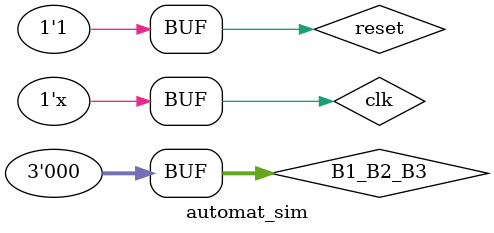
<source format=v>
`timescale 1ns / 1ps

module automat_sim();
    reg clk, reset;
    reg [2:0] B1_B2_B3;
    wire [2:0] EB1_EB2_EBS;
    
    automat a2(clk, reset, B1_B2_B3, EB1_EB2_EBS);
    
    initial begin
        clk = 0;
        reset = 1;
        #10 reset = 0;
        #10 B1_B2_B3 = 3'b100; // A -> B
        #10 B1_B2_B3 = 3'b001; // B -> E
        #40 B1_B2_B3 = 3'b000; reset = 1; // E -> F -> G -> A -> reset
    end
    
    always
        #10 clk = ~clk;
endmodule

</source>
